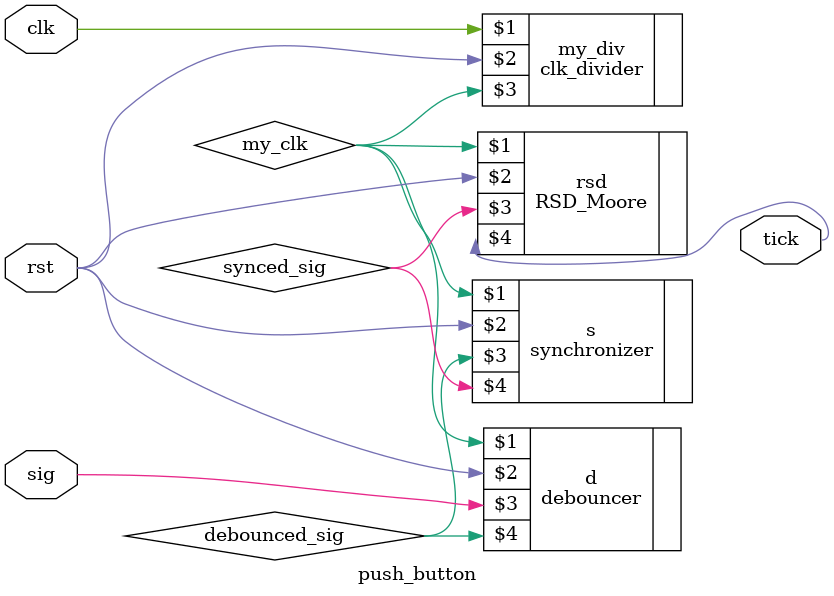
<source format=v>
`timescale 1ns / 1ps


module push_button(input clk, input rst, input sig, output tick);

wire my_clk;
wire debounced_sig;
wire synced_sig;
clk_divider my_div(clk, rst, my_clk);
debouncer d(my_clk, rst, sig, debounced_sig);
synchronizer s(my_clk, rst, debounced_sig, synced_sig);
RSD_Moore rsd(my_clk, rst ,synced_sig, tick);

endmodule

</source>
